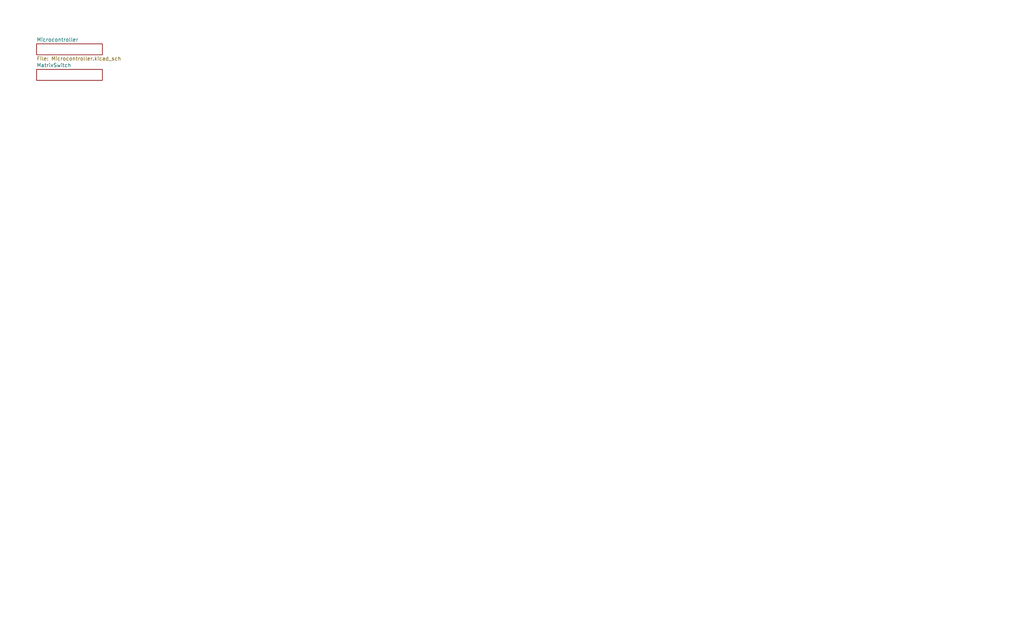
<source format=kicad_sch>
(kicad_sch
	(version 20231120)
	(generator "eeschema")
	(generator_version "8.0")
	(uuid "ae9225e9-4453-4b68-a70e-f88602f2aa14")
	(paper "USLegal")
	(lib_symbols)
	(sheet
		(at 12.7 24.13)
		(size 22.86 3.81)
		(fields_autoplaced yes)
		(stroke
			(width 0.1524)
			(type solid)
		)
		(fill
			(color 0 0 0 0.0000)
		)
		(uuid "01b6c0e9-8501-4e26-bdcd-0bb83d14c700")
		(property "Sheetname" "MatrixSwitch"
			(at 12.7 23.4184 0)
			(effects
				(font
					(size 1.27 1.27)
				)
				(justify left bottom)
			)
		)
		(property "Sheetfile" "MatrixSwitch.kicad_sch"
			(at 12.7 28.5246 0)
			(effects
				(font
					(size 1.27 1.27)
				)
				(justify left top)
				(hide yes)
			)
		)
		(instances
			(project "Duality"
				(path "/ae9225e9-4453-4b68-a70e-f88602f2aa14"
					(page "3")
				)
			)
		)
	)
	(sheet
		(at 12.7 15.24)
		(size 22.86 3.81)
		(fields_autoplaced yes)
		(stroke
			(width 0.1524)
			(type solid)
		)
		(fill
			(color 0 0 0 0.0000)
		)
		(uuid "519e8402-a2a3-4653-b91c-7d44cc92621a")
		(property "Sheetname" "Microcontroller"
			(at 12.7 14.5284 0)
			(effects
				(font
					(size 1.27 1.27)
				)
				(justify left bottom)
			)
		)
		(property "Sheetfile" "Microcontroller.kicad_sch"
			(at 12.7 19.6346 0)
			(effects
				(font
					(size 1.27 1.27)
				)
				(justify left top)
			)
		)
		(instances
			(project "Duality"
				(path "/ae9225e9-4453-4b68-a70e-f88602f2aa14"
					(page "3")
				)
			)
		)
	)
	(sheet_instances
		(path "/"
			(page "4")
		)
	)
)

</source>
